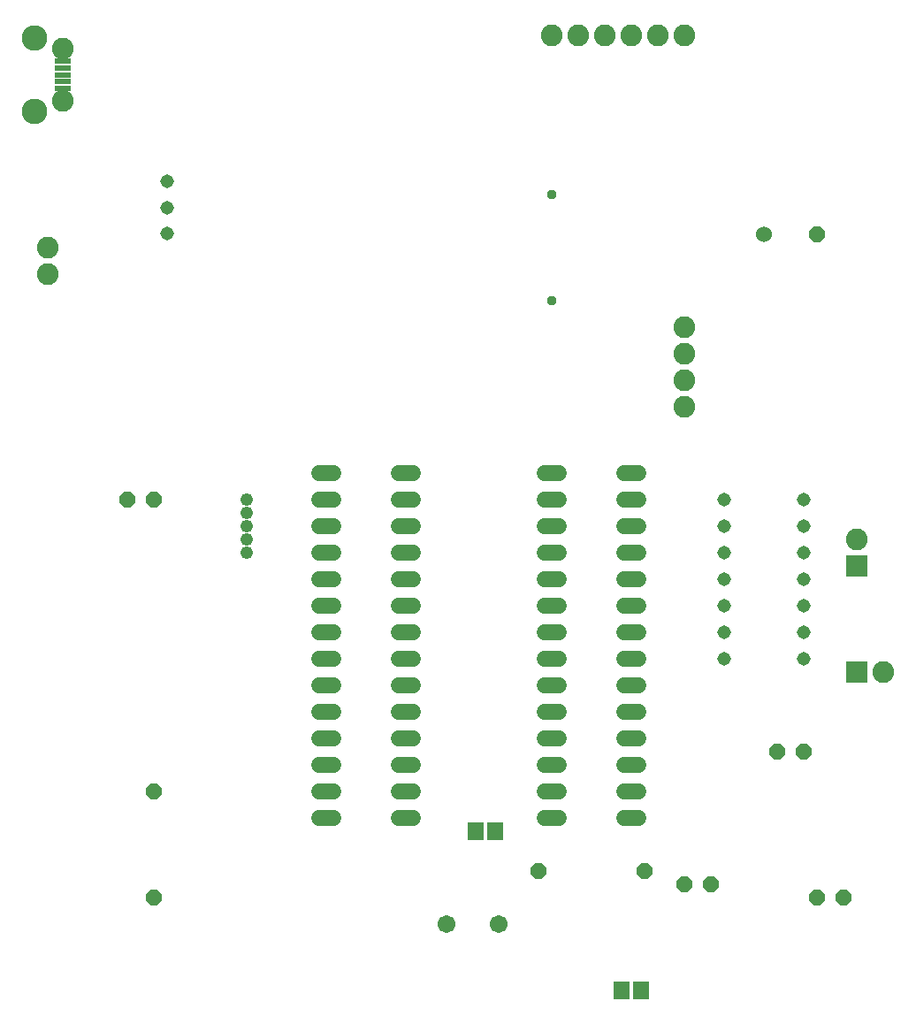
<source format=gts>
G75*
%MOIN*%
%OFA0B0*%
%FSLAX25Y25*%
%IPPOS*%
%LPD*%
%AMOC8*
5,1,8,0,0,1.08239X$1,22.5*
%
%ADD10C,0.08200*%
%ADD11OC8,0.06000*%
%ADD12C,0.06000*%
%ADD13R,0.08200X0.08200*%
%ADD14R,0.05918X0.07099*%
%ADD15C,0.06000*%
%ADD16R,0.06115X0.02375*%
%ADD17C,0.08182*%
%ADD18C,0.09658*%
%ADD19C,0.05162*%
%ADD20C,0.04800*%
%ADD21C,0.06737*%
%ADD22C,0.03778*%
D10*
X0256300Y0236300D03*
X0256300Y0246300D03*
X0256300Y0256300D03*
X0256300Y0266300D03*
X0321300Y0186300D03*
X0331300Y0136300D03*
X0256300Y0376300D03*
X0246300Y0376300D03*
X0236300Y0376300D03*
X0226300Y0376300D03*
X0216300Y0376300D03*
X0206300Y0376300D03*
X0016300Y0296300D03*
X0016300Y0286300D03*
D11*
X0056300Y0051300D03*
X0056300Y0091300D03*
X0056300Y0201300D03*
X0046300Y0201300D03*
X0201300Y0061300D03*
X0241300Y0061300D03*
X0256300Y0056300D03*
X0266300Y0056300D03*
X0306300Y0051300D03*
X0316300Y0051300D03*
X0301300Y0106300D03*
X0291300Y0106300D03*
X0306300Y0301300D03*
D12*
X0286300Y0301300D03*
D13*
X0321300Y0176300D03*
X0321300Y0136300D03*
D14*
X0240040Y0016300D03*
X0232560Y0016300D03*
X0185040Y0076300D03*
X0177560Y0076300D03*
D15*
X0153900Y0081300D02*
X0148700Y0081300D01*
X0148700Y0091300D02*
X0153900Y0091300D01*
X0153900Y0101300D02*
X0148700Y0101300D01*
X0148700Y0111300D02*
X0153900Y0111300D01*
X0153900Y0121300D02*
X0148700Y0121300D01*
X0148700Y0131300D02*
X0153900Y0131300D01*
X0153900Y0141300D02*
X0148700Y0141300D01*
X0148700Y0151300D02*
X0153900Y0151300D01*
X0153900Y0161300D02*
X0148700Y0161300D01*
X0148700Y0171300D02*
X0153900Y0171300D01*
X0153900Y0181300D02*
X0148700Y0181300D01*
X0148700Y0191300D02*
X0153900Y0191300D01*
X0153900Y0201300D02*
X0148700Y0201300D01*
X0148700Y0211300D02*
X0153900Y0211300D01*
X0123900Y0211300D02*
X0118700Y0211300D01*
X0118700Y0201300D02*
X0123900Y0201300D01*
X0123900Y0191300D02*
X0118700Y0191300D01*
X0118700Y0181300D02*
X0123900Y0181300D01*
X0123900Y0171300D02*
X0118700Y0171300D01*
X0118700Y0161300D02*
X0123900Y0161300D01*
X0123900Y0151300D02*
X0118700Y0151300D01*
X0118700Y0141300D02*
X0123900Y0141300D01*
X0123900Y0131300D02*
X0118700Y0131300D01*
X0118700Y0121300D02*
X0123900Y0121300D01*
X0123900Y0111300D02*
X0118700Y0111300D01*
X0118700Y0101300D02*
X0123900Y0101300D01*
X0123900Y0091300D02*
X0118700Y0091300D01*
X0118700Y0081300D02*
X0123900Y0081300D01*
X0203700Y0081300D02*
X0208900Y0081300D01*
X0208900Y0091300D02*
X0203700Y0091300D01*
X0203700Y0101300D02*
X0208900Y0101300D01*
X0208900Y0111300D02*
X0203700Y0111300D01*
X0203700Y0121300D02*
X0208900Y0121300D01*
X0208900Y0131300D02*
X0203700Y0131300D01*
X0203700Y0141300D02*
X0208900Y0141300D01*
X0208900Y0151300D02*
X0203700Y0151300D01*
X0203700Y0161300D02*
X0208900Y0161300D01*
X0208900Y0171300D02*
X0203700Y0171300D01*
X0203700Y0181300D02*
X0208900Y0181300D01*
X0208900Y0191300D02*
X0203700Y0191300D01*
X0203700Y0201300D02*
X0208900Y0201300D01*
X0208900Y0211300D02*
X0203700Y0211300D01*
X0233700Y0211300D02*
X0238900Y0211300D01*
X0238900Y0201300D02*
X0233700Y0201300D01*
X0233700Y0191300D02*
X0238900Y0191300D01*
X0238900Y0181300D02*
X0233700Y0181300D01*
X0233700Y0171300D02*
X0238900Y0171300D01*
X0238900Y0161300D02*
X0233700Y0161300D01*
X0233700Y0151300D02*
X0238900Y0151300D01*
X0238900Y0141300D02*
X0233700Y0141300D01*
X0233700Y0131300D02*
X0238900Y0131300D01*
X0238900Y0121300D02*
X0233700Y0121300D01*
X0233700Y0111300D02*
X0238900Y0111300D01*
X0238900Y0101300D02*
X0233700Y0101300D01*
X0233700Y0091300D02*
X0238900Y0091300D01*
X0238900Y0081300D02*
X0233700Y0081300D01*
D16*
X0021930Y0356182D03*
X0021930Y0358741D03*
X0021930Y0361300D03*
X0021930Y0363859D03*
X0021930Y0366418D03*
D17*
X0021930Y0371143D03*
X0021930Y0351457D03*
D18*
X0011300Y0347520D03*
X0011300Y0375080D03*
D19*
X0061300Y0321143D03*
X0061300Y0311300D03*
X0061300Y0301457D03*
X0271300Y0201300D03*
X0271300Y0191300D03*
X0271300Y0181300D03*
X0271300Y0171300D03*
X0271300Y0161300D03*
X0271300Y0151300D03*
X0271300Y0141300D03*
X0301300Y0141300D03*
X0301300Y0151300D03*
X0301300Y0161300D03*
X0301300Y0171300D03*
X0301300Y0181300D03*
X0301300Y0191300D03*
X0301300Y0201300D03*
D20*
X0091300Y0201300D03*
X0091300Y0196300D03*
X0091300Y0191300D03*
X0091300Y0186300D03*
X0091300Y0181300D03*
D21*
X0166457Y0041300D03*
X0186143Y0041300D03*
D22*
X0206300Y0276300D03*
X0206300Y0316300D03*
M02*

</source>
